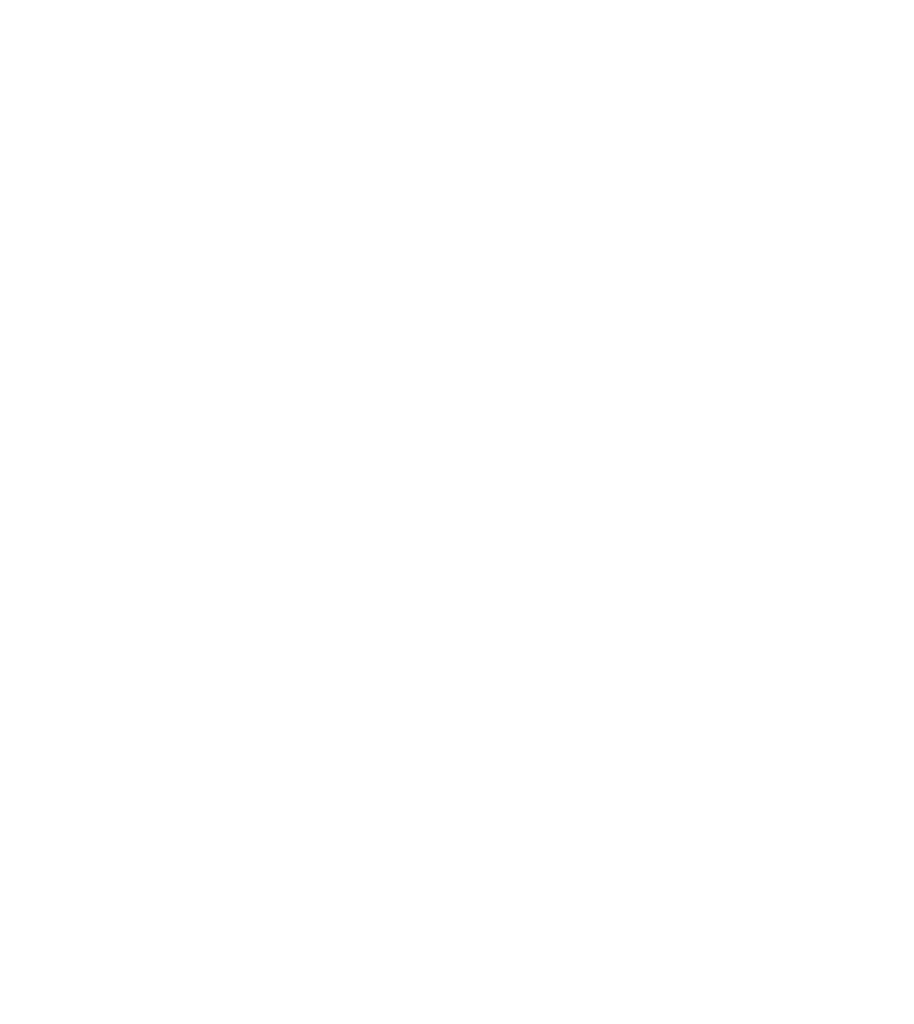
<source format=kicad_pcb>
(kicad_pcb (version 20211014) (generator pcbnew)

  (general
    (thickness 1.6)
  )

  (paper "A4")
  (layers
    (0 "F.Cu" signal)
    (31 "B.Cu" signal)
    (32 "B.Adhes" user "B.Adhesive")
    (33 "F.Adhes" user "F.Adhesive")
    (34 "B.Paste" user)
    (35 "F.Paste" user)
    (36 "B.SilkS" user "B.Silkscreen")
    (37 "F.SilkS" user "F.Silkscreen")
    (38 "B.Mask" user)
    (39 "F.Mask" user)
    (40 "Dwgs.User" user "User.Drawings")
    (41 "Cmts.User" user "User.Comments")
    (42 "Eco1.User" user "User.Eco1")
    (43 "Eco2.User" user "User.Eco2")
    (44 "Edge.Cuts" user)
    (45 "Margin" user)
    (46 "B.CrtYd" user "B.Courtyard")
    (47 "F.CrtYd" user "F.Courtyard")
    (48 "B.Fab" user)
    (49 "F.Fab" user)
    (50 "User.1" user)
    (51 "User.2" user)
    (52 "User.3" user)
    (53 "User.4" user)
    (54 "User.5" user)
    (55 "User.6" user)
    (56 "User.7" user)
    (57 "User.8" user)
    (58 "User.9" user)
  )

  (setup
    (pad_to_mask_clearance 0)
    (pcbplotparams
      (layerselection 0x00010fc_ffffffff)
      (disableapertmacros false)
      (usegerberextensions false)
      (usegerberattributes true)
      (usegerberadvancedattributes true)
      (creategerberjobfile true)
      (svguseinch false)
      (svgprecision 6)
      (excludeedgelayer true)
      (plotframeref false)
      (viasonmask false)
      (mode 1)
      (useauxorigin false)
      (hpglpennumber 1)
      (hpglpenspeed 20)
      (hpglpendiameter 15.000000)
      (dxfpolygonmode true)
      (dxfimperialunits true)
      (dxfusepcbnewfont true)
      (psnegative false)
      (psa4output false)
      (plotreference true)
      (plotvalue true)
      (plotinvisibletext false)
      (sketchpadsonfab false)
      (subtractmaskfromsilk false)
      (outputformat 1)
      (mirror false)
      (drillshape 1)
      (scaleselection 1)
      (outputdirectory "")
    )
  )

  (net 0 "")

  (gr_line (start 60.96 89.898122) (end 60.96 157.48) (layer "Dwgs.User") (width 0.25) (tstamp 060ade66-36e8-40a2-8392-cd5c761c4dc0))
  (gr_line (start 149.86 91.372722) (end 60.96 91.372722) (layer "Dwgs.User") (width 0.25) (tstamp 076b3c70-3558-43f0-8a98-c95d73361d7e))
  (gr_line (start 149.86 89.898122) (end 147.193 89.898122) (layer "Dwgs.User") (width 0.25) (tstamp 0929124a-9600-4f8a-8f72-7ff9f308c515))
  (gr_arc (start 67.399064 89.475877) (mid 67.003192 89.787178) (end 66.511956 89.898122) (layer "Dwgs.User") (width 0.25) (tstamp 17dcf82b-443c-4c41-ada6-5cf21190134e))
  (gr_line (start 144.907 85.834122) (end 118.872 85.834122) (layer "Dwgs.User") (width 0.25) (tstamp 335dfac7-dfc3-47c7-9aaf-4adfad3e79b4))
  (gr_line (start 149.86 157.48) (end 149.86 89.898122) (layer "Dwgs.User") (width 0.25) (tstamp 33734935-3a1e-46c7-a3f4-1bb5b2b368ba))
  (gr_line (start 60.96 157.48) (end 149.86 157.48) (layer "Dwgs.User") (width 0.25) (tstamp 5f603481-5246-4c56-ae85-96e1522100c6))
  (gr_arc (start 96.5646 82.786122) (mid 95.756369 82.451346) (end 95.4216 81.643122) (layer "Dwgs.User") (width 0.25) (tstamp 7a02fa66-3879-4813-97ac-6bd767c0bbf0))
  (gr_arc (start 118.872 85.834122) (mid 118.237974 85.642157) (end 117.816923 85.130737) (layer "Dwgs.User") (width 0.25) (tstamp 7e707008-5f2b-41ae-b31f-fbe11535e809))
  (gr_line (start 149.86 91.398122) (end 60.96 91.398122) (layer "Dwgs.User") (width 0.25) (tstamp 8664c731-87ac-48a3-87de-32ead7baf318))
  (gr_line (start 95.4216 81.643122) (end 95.4216 57.894122) (layer "Dwgs.User") (width 0.25) (tstamp 88eda35d-f489-4552-a73d-9952cf6b22ab))
  (gr_line (start 116.078 82.786122) (end 96.5646 82.786122) (layer "Dwgs.User") (width 0.25) (tstamp a5fd68b3-06b9-43c4-ae06-a7f1683bf255))
  (gr_arc (start 147.193 89.898122) (mid 146.384769 89.563346) (end 146.05 88.755122) (layer "Dwgs.User") (width 0.25) (tstamp ae92a891-ddb3-4128-8bfc-72155ed0ace3))
  (gr_line (start 72.165708 83.609075) (end 67.399064 89.475877) (layer "Dwgs.User") (width 0.25) (tstamp aea19caf-2767-461b-82a6-4d095f48101f))
  (gr_line (start 95.4216 57.894122) (end 72.4216 57.894122) (layer "Dwgs.User") (width 0.25) (tstamp b99362b0-ee24-4cb6-9c47-063702f3427a))
  (gr_line (start 117.816923 85.130737) (end 117.133077 83.489507) (layer "Dwgs.User") (width 0.25) (tstamp bdf3f93a-705a-4b64-bfa1-e87dd427e123))
  (gr_arc (start 72.4216 82.888319) (mid 72.355723 83.270732) (end 72.165708 83.609075) (layer "Dwgs.User") (width 0.25) (tstamp c50385a1-753e-4e1b-a2c6-74160fb955cd))
  (gr_line (start 66.511956 89.898122) (end 60.96 89.898122) (layer "Dwgs.User") (width 0.25) (tstamp d3e0828f-686b-45e6-8a04-e33f2d348b1f))
  (gr_line (start 146.05 88.755122) (end 146.05 86.977122) (layer "Dwgs.User") (width 0.25) (tstamp e5bcee15-f6df-4ab7-b744-d9d4138f9167))
  (gr_arc (start 144.907 85.834122) (mid 145.715215 86.1689) (end 146.05 86.977122) (layer "Dwgs.User") (width 0.25) (tstamp e832c650-1db7-4b25-acd0-f93f311dd882))
  (gr_line (start 72.4216 57.894122) (end 72.4216 82.888319) (layer "Dwgs.User") (width 0.25) (tstamp e8e13132-6466-4299-b7da-1aefc4820868))
  (gr_arc (start 116.078 82.786122) (mid 116.712019 82.978091) (end 117.133077 83.489507) (layer "Dwgs.User") (width 0.25) (tstamp f8848771-ac3f-4389-8572-2d167d0764ec))

  (group "" (id ab45709c-909f-4ef8-9cf9-36036aa121b1)
    (members
      060ade66-36e8-40a2-8392-cd5c761c4dc0
      076b3c70-3558-43f0-8a98-c95d73361d7e
      0929124a-9600-4f8a-8f72-7ff9f308c515
      17dcf82b-443c-4c41-ada6-5cf21190134e
      335dfac7-dfc3-47c7-9aaf-4adfad3e79b4
      33734935-3a1e-46c7-a3f4-1bb5b2b368ba
      5f603481-5246-4c56-ae85-96e1522100c6
      7a02fa66-3879-4813-97ac-6bd767c0bbf0
      7e707008-5f2b-41ae-b31f-fbe11535e809
      8664c731-87ac-48a3-87de-32ead7baf318
      88eda35d-f489-4552-a73d-9952cf6b22ab
      a5fd68b3-06b9-43c4-ae06-a7f1683bf255
      ae92a891-ddb3-4128-8bfc-72155ed0ace3
      aea19caf-2767-461b-82a6-4d095f48101f
      b99362b0-ee24-4cb6-9c47-063702f3427a
      bdf3f93a-705a-4b64-bfa1-e87dd427e123
      c50385a1-753e-4e1b-a2c6-74160fb955cd
      d3e0828f-686b-45e6-8a04-e33f2d348b1f
      e5bcee15-f6df-4ab7-b744-d9d4138f9167
      e832c650-1db7-4b25-acd0-f93f311dd882
      e8e13132-6466-4299-b7da-1aefc4820868
      f8848771-ac3f-4389-8572-2d167d0764ec
    )
  )
)

</source>
